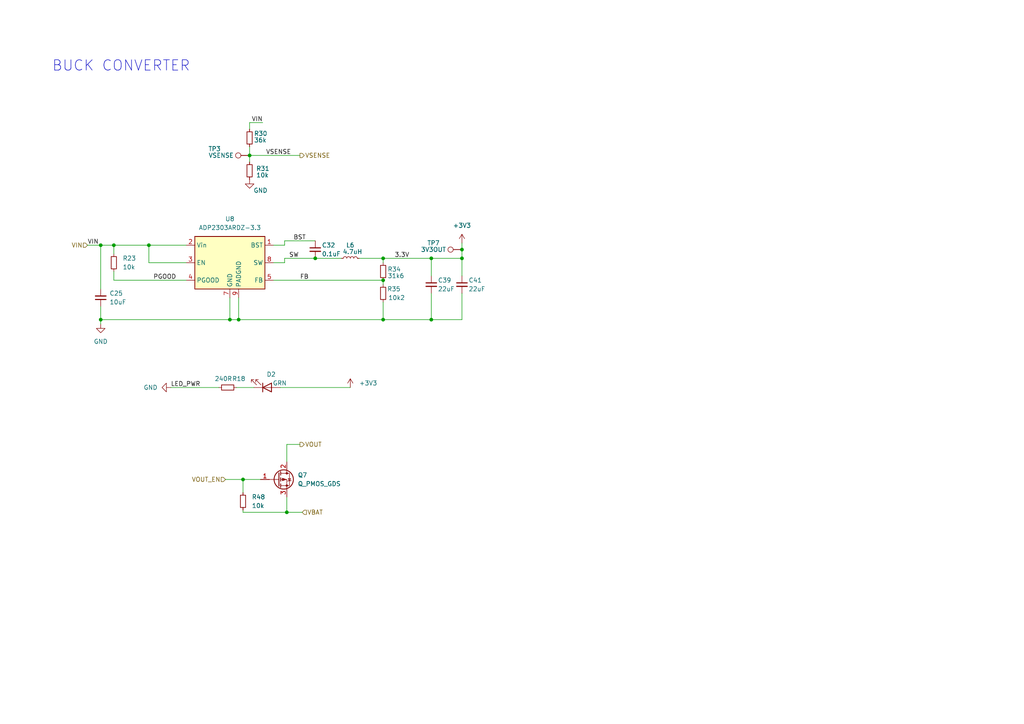
<source format=kicad_sch>
(kicad_sch (version 20211123) (generator eeschema)
  (paper "A4")
  (title_block (title "CAN RGB Controller") (date "2022-05-30") (rev "B") (company "cone.codes") (comment 1 "https://github.com/miata-bot/can-link"))
  (lib_symbols
    (symbol "Connector:TestPoint" (pin_numbers hide) (pin_names (offset 0.762) hide)
      (property "Reference" "TP" (at 0 6.858 0))
      (property "Value" "TestPoint" (at 0 5.08 0))
      (symbol "TestPoint_0_1"
        (circle (center 0 3.302) (radius 0.762))
      )
      (symbol "TestPoint_1_1"
        (pin passive line (at 0 0 90) (length 2.54) (name "1") (number "1"))
      )
    )
    (symbol "Device:C_Small" (pin_numbers hide) (pin_names (offset 0.254) hide)
      (property "Reference" "C" (at 0.254 1.778 0))
      (property "Value" "C_Small" (at 0.254 -2.032 0))
      (symbol "C_Small_0_1"
        (polyline (pts (xy -1.524 -0.508) (xy 1.524 -0.508)) (stroke (width 0.3302)))
        (polyline (pts (xy -1.524 0.508) (xy 1.524 0.508)) (stroke (width 0.3048)))
      )
      (symbol "C_Small_1_1"
        (pin passive line (at 0 2.54 270) (length 2.032) (name "~") (number "1"))
        (pin passive line (at 0 -2.54 90) (length 2.032) (name "~") (number "2"))
      )
    )
    (symbol "Device:LED" (pin_numbers hide) (pin_names (offset 1.016) hide)
      (property "Reference" "D" (at 0 2.54 0))
      (property "Value" "LED" (at 0 -2.54 0))
      (symbol "LED_0_1"
        (polyline (pts (xy -1.27 -1.27) (xy -1.27 1.27)) (stroke (width 0.254)))
        (polyline (pts (xy -1.27 0) (xy 1.27 0)))
        (polyline (pts (xy 1.27 -1.27) (xy 1.27 1.27) (xy -1.27 0) (xy 1.27 -1.27)) (stroke (width 0.254)))
        (polyline (pts (xy -3.048 -0.762) (xy -4.572 -2.286) (xy -3.81 -2.286) (xy -4.572 -2.286) (xy -4.572 -1.524)))
        (polyline (pts (xy -1.778 -0.762) (xy -3.302 -2.286) (xy -2.54 -2.286) (xy -3.302 -2.286) (xy -3.302 -1.524)))
      )
      (symbol "LED_1_1"
        (pin passive line (at -3.81 0 0) (length 2.54) (name "K") (number "1"))
        (pin passive line (at 3.81 0 180) (length 2.54) (name "A") (number "2"))
      )
    )
    (symbol "Device:L_Small" (pin_numbers hide) (pin_names (offset 0.254) hide)
      (property "Reference" "L" (at 0.762 1.016 0))
      (property "Value" "L_Small" (at 0.762 -1.016 0))
      (symbol "L_Small_0_1"
        (arc (start 0 -2.032) (mid 0.508 -1.524) (end 0 -1.016))
        (arc (start 0 -1.016) (mid 0.508 -0.508) (end 0 0))
        (arc (start 0 0) (mid 0.508 0.508) (end 0 1.016))
        (arc (start 0 1.016) (mid 0.508 1.524) (end 0 2.032))
      )
      (symbol "L_Small_1_1"
        (pin passive line (at 0 2.54 270) (length 0.508) (name "~") (number "1"))
        (pin passive line (at 0 -2.54 90) (length 0.508) (name "~") (number "2"))
      )
    )
    (symbol "Device:Q_PMOS_GDS" (pin_names (offset 0) hide)
      (property "Reference" "Q" (at 5.08 1.27 0))
      (property "Value" "Q_PMOS_GDS" (at 5.08 -1.27 0))
      (symbol "Q_PMOS_GDS_0_1"
        (polyline (pts (xy 0.254 0) (xy -2.54 0)))
        (polyline (pts (xy 0.254 1.905) (xy 0.254 -1.905)) (stroke (width 0.254)))
        (polyline (pts (xy 0.762 -1.27) (xy 0.762 -2.286)) (stroke (width 0.254)))
        (polyline (pts (xy 0.762 0.508) (xy 0.762 -0.508)) (stroke (width 0.254)))
        (polyline (pts (xy 0.762 2.286) (xy 0.762 1.27)) (stroke (width 0.254)))
        (polyline (pts (xy 2.54 2.54) (xy 2.54 1.778)))
        (polyline (pts (xy 2.54 -2.54) (xy 2.54 0) (xy 0.762 0)))
        (polyline (pts (xy 0.762 1.778) (xy 3.302 1.778) (xy 3.302 -1.778) (xy 0.762 -1.778)))
        (polyline (pts (xy 2.286 0) (xy 1.27 0.381) (xy 1.27 -0.381) (xy 2.286 0)) (fill (type outline)))
        (polyline (pts (xy 2.794 -0.508) (xy 2.921 -0.381) (xy 3.683 -0.381) (xy 3.81 -0.254)))
        (polyline (pts (xy 3.302 -0.381) (xy 2.921 0.254) (xy 3.683 0.254) (xy 3.302 -0.381)))
        (circle (center 1.651 0) (radius 2.794) (stroke (width 0.254)))
        (circle (center 2.54 -1.778) (radius 0.254) (fill (type outline)))
        (circle (center 2.54 1.778) (radius 0.254) (fill (type outline)))
      )
      (symbol "Q_PMOS_GDS_1_1"
        (pin input line (at -5.08 0 0) (length 2.54) (name "G") (number "1"))
        (pin passive line (at 2.54 5.08 270) (length 2.54) (name "D") (number "2"))
        (pin passive line (at 2.54 -5.08 90) (length 2.54) (name "S") (number "3"))
      )
    )
    (symbol "Device:R_Small" (pin_numbers hide) (pin_names (offset 0.254) hide)
      (property "Reference" "R" (at 0.762 0.508 0))
      (property "Value" "R_Small" (at 0.762 -1.016 0))
      (symbol "R_Small_0_1"
        (rectangle (start -0.762 1.778) (end 0.762 -1.778) (stroke (width 0.2032)))
      )
      (symbol "R_Small_1_1"
        (pin passive line (at 0 2.54 270) (length 0.762) (name "~") (number "1"))
        (pin passive line (at 0 -2.54 90) (length 0.762) (name "~") (number "2"))
      )
    )
    (symbol "Regulator_Switching:ADP2303ARDZ-3.3"
      (property "Reference" "U" (at -10.16 8.89 0))
      (property "Value" "ADP2303ARDZ-3.3" (at -3.81 8.89 0))
      (symbol "ADP2303ARDZ-3.3_0_1"
        (rectangle (start -10.16 7.62) (end 10.16 -7.62) (stroke (width 0.254)) (fill (type background)))
      )
      (symbol "ADP2303ARDZ-3.3_1_1"
        (pin input line (at 12.7 5.08 180) (length 2.54) (name "BST") (number "1"))
        (pin power_in line (at -12.7 5.08 0) (length 2.54) (name "Vin") (number "2"))
        (pin input line (at -12.7 0 0) (length 2.54) (name "EN") (number "3"))
        (pin output line (at -12.7 -5.08 0) (length 2.54) (name "PGOOD") (number "4"))
        (pin input line (at 12.7 -5.08 180) (length 2.54) (name "FB") (number "5"))
        (pin no_connect line (at -10.16 2.54 0) (length 2.54) hide (name "NC") (number "6"))
        (pin power_in line (at 0 -10.16 90) (length 2.54) (name "GND") (number "7"))
        (pin power_out line (at 12.7 0 180) (length 2.54) (name "SW") (number "8"))
        (pin power_in line (at 2.54 -10.16 90) (length 2.54) (name "PADGND") (number "9"))
      )
    )
    (symbol "power:+3V3" (power) (pin_names (offset 0))
      (property "Value" "+3V3" (at 0 3.556 0))
      (symbol "+3V3_0_1"
        (polyline (pts (xy -0.762 1.27) (xy 0 2.54)))
        (polyline (pts (xy 0 0) (xy 0 2.54)))
        (polyline (pts (xy 0 2.54) (xy 0.762 1.27)))
      )
      (symbol "+3V3_1_1"
        (pin power_in line (at 0 0 90) (length 0) hide (name "+3V3") (number "1"))
      )
    )
    (symbol "power:GND" (power) (pin_names (offset 0))
      (property "Value" "GND" (at 0 -3.81 0))
      (symbol "GND_0_1"
        (polyline (pts (xy 0 0) (xy 0 -1.27) (xy 1.27 -1.27) (xy 0 -2.54) (xy -1.27 -1.27) (xy 0 -1.27)))
      )
      (symbol "GND_1_1"
        (pin power_in line (at 0 0 270) (length 0) hide (name "GND") (number "1"))
      )
    )
  )
  (junction (at 72.39 45.085))
  (junction (at 133.985 74.93))
  (junction (at 69.215 92.71))
  (junction (at 111.125 74.93))
  (junction (at 29.21 71.12))
  (junction (at 111.125 92.71))
  (junction (at 70.485 139.065))
  (junction (at 29.21 92.71))
  (junction (at 91.44 74.93))
  (junction (at 43.18 71.12))
  (junction (at 111.125 81.28))
  (junction (at 83.185 148.59))
  (junction (at 133.985 72.39))
  (junction (at 66.675 92.71))
  (junction (at 33.02 71.12))
  (junction (at 125.095 74.93))
  (junction (at 125.095 92.71))
  (wire (pts (xy 111.125 92.71) (xy 125.095 92.71)))
  (wire (pts (xy 43.18 76.2) (xy 53.975 76.2)))
  (wire (pts (xy 68.58 112.395) (xy 73.66 112.395)))
  (wire (pts (xy 87.63 148.59) (xy 83.185 148.59)))
  (wire (pts (xy 125.095 74.93) (xy 125.095 80.01)))
  (wire (pts (xy 83.185 148.59) (xy 83.185 144.145)))
  (wire (pts (xy 82.55 76.2) (xy 82.55 74.93)))
  (wire (pts (xy 70.485 139.065) (xy 70.485 142.875)))
  (wire (pts (xy 65.405 139.065) (xy 70.485 139.065)))
  (wire (pts (xy 72.39 45.085) (xy 86.995 45.085)))
  (wire (pts (xy 72.39 35.56) (xy 72.39 37.465)))
  (wire (pts (xy 133.985 85.09) (xy 133.985 92.71)))
  (wire (pts (xy 69.215 92.71) (xy 111.125 92.71)))
  (wire (pts (xy 133.985 92.71) (xy 125.095 92.71)))
  (wire (pts (xy 66.675 92.71) (xy 69.215 92.71)))
  (wire (pts (xy 79.375 81.28) (xy 111.125 81.28)))
  (wire (pts (xy 104.14 74.93) (xy 111.125 74.93)))
  (wire (pts (xy 29.21 93.98) (xy 29.21 92.71)))
  (wire (pts (xy 33.02 71.12) (xy 33.02 73.66)))
  (wire (pts (xy 70.485 139.065) (xy 75.565 139.065)))
  (wire (pts (xy 76.2 35.56) (xy 72.39 35.56)))
  (wire (pts (xy 29.21 92.71) (xy 66.675 92.71)))
  (wire (pts (xy 49.53 112.395) (xy 63.5 112.395)))
  (wire (pts (xy 111.125 74.93) (xy 125.095 74.93)))
  (wire (pts (xy 33.02 81.28) (xy 33.02 78.74)))
  (wire (pts (xy 79.375 76.2) (xy 82.55 76.2)))
  (wire (pts (xy 82.55 69.85) (xy 91.44 69.85)))
  (wire (pts (xy 29.21 71.12) (xy 33.02 71.12)))
  (wire (pts (xy 82.55 71.12) (xy 82.55 69.85)))
  (wire (pts (xy 91.44 74.93) (xy 99.06 74.93)))
  (wire (pts (xy 133.985 70.485) (xy 133.985 72.39)))
  (wire (pts (xy 83.185 128.905) (xy 83.185 133.985)))
  (wire (pts (xy 72.39 46.99) (xy 72.39 45.085)))
  (wire (pts (xy 25.4 71.12) (xy 29.21 71.12)))
  (wire (pts (xy 111.125 74.93) (xy 111.125 76.2)))
  (wire (pts (xy 133.985 74.93) (xy 133.985 80.01)))
  (wire (pts (xy 33.02 71.12) (xy 43.18 71.12)))
  (wire (pts (xy 70.485 148.59) (xy 70.485 147.955)))
  (wire (pts (xy 83.185 148.59) (xy 70.485 148.59)))
  (wire (pts (xy 69.215 86.36) (xy 69.215 92.71)))
  (wire (pts (xy 86.995 128.905) (xy 83.185 128.905)))
  (wire (pts (xy 43.18 71.12) (xy 53.975 71.12)))
  (wire (pts (xy 43.18 76.2) (xy 43.18 71.12)))
  (wire (pts (xy 29.21 88.9) (xy 29.21 92.71)))
  (wire (pts (xy 125.095 74.93) (xy 133.985 74.93)))
  (wire (pts (xy 133.985 72.39) (xy 133.985 74.93)))
  (wire (pts (xy 111.125 81.28) (xy 111.125 82.55)))
  (wire (pts (xy 125.095 85.09) (xy 125.095 92.71)))
  (wire (pts (xy 111.125 92.71) (xy 111.125 87.63)))
  (wire (pts (xy 82.55 74.93) (xy 91.44 74.93)))
  (wire (pts (xy 53.975 81.28) (xy 33.02 81.28)))
  (wire (pts (xy 79.375 71.12) (xy 82.55 71.12)))
  (wire (pts (xy 81.28 112.395) (xy 101.6 112.395)))
  (wire (pts (xy 72.39 45.085) (xy 72.39 42.545)))
  (wire (pts (xy 29.21 71.12) (xy 29.21 83.82)))
  (wire (pts (xy 66.675 86.36) (xy 66.675 92.71)))
  (text "BUCK CONVERTER" (at 55.245 20.955 180) (effects (font (size 3 3)) (justify right bottom)))
  (label "FB" (at 86.995 81.28 0))
  (label "VIN" (at 25.4 71.12 0))
  (label "VSENSE" (at 84.455 45.085 180))
  (label "BST" (at 85.09 69.85 0))
  (label "PGOOD" (at 44.45 81.28 0))
  (label "3.3V" (at 118.745 74.93 180))
  (label "VIN" (at 76.2 35.56 180))
  (label "SW" (at 83.82 74.93 0))
  (label "LED_PWR" (at 49.53 112.395 0))
  (hierarchical_label "VSENSE" (shape output) (at 86.995 45.085 0))
  (hierarchical_label "VBAT" (shape input) (at 87.63 148.59 0))
  (hierarchical_label "VIN" (shape input) (at 25.4 71.12 180))
  (hierarchical_label "VOUT_EN" (shape input) (at 65.405 139.065 180))
  (hierarchical_label "VOUT" (shape output) (at 86.995 128.905 0))
  (symbol (lib_id "Device:R_Small") (at 33.02 76.2 0) (unit 1)
    (property "Reference" "R23" (at 35.56 74.9299 0) (effects (justify left)))
    (property "Value" "10k" (at 35.56 77.4699 0) (effects (justify left)))
    (property "Footprint" "Resistor_SMD:R_0603_1608Metric" (effects hide))
    (property "MPN" "RNCP0603FTD10K0" (effects hide))
    (property "Description" "RES 10K OHM 1% 1/8W 0603" (effects hide))
  )
  (symbol (lib_id "Device:R_Small") (at 111.125 85.09 0) (mirror y) (unit 1)
    (property "Reference" "R35" (at 116.205 83.82 0) (effects (justify left)))
    (property "Value" "10k2" (at 117.475 86.36 0) (effects (justify left)))
    (property "Footprint" "Resistor_SMD:R_0603_1608Metric" (effects hide))
    (property "MPN" "RNCF0603DTE10K2" (effects hide))
    (property "Description" "RES 10.2K OHM 0.5% 1/10W 0603" (effects hide))
  )
  (symbol (lib_id "Device:C_Small") (at 133.985 82.55 0) (unit 1)
    (property "Reference" "C41" (at 135.89 81.2862 0) (effects (justify left)))
    (property "Value" "22uF" (at 135.89 83.8262 0) (effects (justify left)))
    (property "Footprint" "Capacitor_SMD:C_0805_2012Metric" (effects hide))
    (property "MPN" "CL21A226MOQNNNE" (effects hide))
    (property "Description" "CAP CER 22UF 16V X5R 0805" (effects hide))
  )
  (symbol (lib_id "power:GND") (at 49.53 112.395 270) (unit 1)
    (property "Reference" "#PWR0127" (effects hide))
    (property "Value" "GND" (at 45.72 112.3949 90) (effects (justify right)))
  )
  (symbol (lib_id "Device:R_Small") (at 72.39 40.005 0) (unit 1)
    (property "Reference" "R30" (at 73.66 38.735 0) (effects (justify left)))
    (property "Value" "36k" (at 73.66 40.64 0) (effects (justify left)))
    (property "Footprint" "Resistor_SMD:R_0402_1005Metric" (effects hide))
    (property "MPN" "RC0402FR-0736KL" (effects hide))
    (property "Description" "RES 36K OHM 5% 1/16W 0402" (effects hide))
  )
  (symbol (lib_id "Device:C_Small") (at 125.095 82.55 0) (unit 1)
    (property "Reference" "C39" (at 127 81.2862 0) (effects (justify left)))
    (property "Value" "22uF" (at 127 83.8262 0) (effects (justify left)))
    (property "Footprint" "Capacitor_SMD:C_0805_2012Metric" (effects hide))
    (property "MPN" "CL21A226MOQNNNE" (effects hide))
    (property "Description" "CAP CER 22UF 16V X5R 0805" (effects hide))
  )
  (symbol (lib_id "Device:C_Small") (at 29.21 86.36 180) (unit 1)
    (property "Reference" "C25" (at 31.75 85.0835 0) (effects (justify right)))
    (property "Value" "10uF" (at 31.75 87.6235 0) (effects (justify right)))
    (property "Footprint" "Capacitor_SMD:C_0805_2012Metric" (effects hide))
    (property "MPN" "CL21A106KAFN3NE" (effects hide))
    (property "Description" "CAP CER 10UF 25V X5R 0805" (effects hide))
  )
  (symbol (lib_id "Regulator_Switching:ADP2303ARDZ-3.3") (at 66.675 76.2 0) (unit 1) (in_bom no)
    (property "Reference" "U8" (at 66.675 63.5 0))
    (property "Value" "ADP2303ARDZ-3.3" (at 66.675 66.04 0))
    (property "Footprint" "Package_SO:SOIC-8-1EP_3.9x4.9mm_P1.27mm_EP2.29x3mm" (effects hide))
    (property "Datasheet" "https://www.analog.com/media/en/technical-documentation/data-sheets/ADP2302_2303.pdf" (effects hide))
    (property "MPN" "ADP2303ARDZ-3.3" (effects hide))
    (property "LCSC" "C659152" (effects hide))
    (property "Description" "IC REG BUCK 3.3V 3A 8SOIC" (effects hide))
  )
  (symbol (lib_id "Connector:TestPoint") (at 133.985 72.39 90) (unit 1)
    (property "Reference" "TP7" (at 125.73 70.485 90))
    (property "Value" "3V3OUT" (at 125.73 72.39 90))
    (property "Footprint" "TestPoint:TestPoint_Pad_D1.0mm" (effects hide))
  )
  (symbol (lib_id "Device:L_Small") (at 101.6 74.93 90) (unit 1)
    (property "Reference" "L6" (at 101.6 71.12 90))
    (property "Value" "4.7uH" (at 102.235 73.025 90))
    (property "Footprint" "Inductor_SMD:L_Bourns-SRN6028" (effects hide))
    (property "Datasheet" "https://www.bourns.com/docs/Product-Datasheets/SRN6028.pdf" (effects hide))
    (property "MPN" "SRN6028-4R7M" (effects hide))
    (property "Description" "FIXED IND 4.7UH 3A 38 MOHM SMD" (effects hide))
  )
  (symbol (lib_id "Device:R_Small") (at 111.125 78.74 0) (unit 1)
    (property "Reference" "R34" (at 112.395 78.1049 0) (effects (justify left)))
    (property "Value" "31k6" (at 112.395 80.0099 0) (effects (justify left)))
    (property "Footprint" "Resistor_SMD:R_0603_1608Metric" (effects hide))
    (property "MPN" "RC0603FR-0731K6L" (effects hide))
    (property "Description" "RES 31.6K OHM 1% 1/10W 0603" (effects hide))
  )
  (symbol (lib_id "Device:C_Small") (at 91.44 72.39 0) (unit 1)
    (property "Reference" "C32" (at 93.345 71.1262 0) (effects (justify left)))
    (property "Value" "0.1uF" (at 93.345 73.6662 0) (effects (justify left)))
    (property "Footprint" "Capacitor_SMD:C_0805_2012Metric" (effects hide))
    (property "MPN" "LMK212SD104KG-T" (effects hide))
    (property "Description" "CAP CER 0.1UF 10V 0805" (effects hide))
  )
  (symbol (lib_id "Device:LED") (at 77.47 112.395 0) (mirror x) (unit 1)
    (property "Reference" "D2" (at 80.01 108.585 0) (effects (justify right)))
    (property "Value" "GRN" (at 83.185 111.125 0) (effects (justify right)))
    (property "Footprint" "LED_SMD:LED_0603_1608Metric" (effects hide))
    (property "MPN" "QBLP601-2IR4" (effects hide))
    (property "Description" "LED GREEN CLEAR 0603 SMD" (effects hide))
  )
  (symbol (lib_id "Device:R_Small") (at 66.04 112.395 270) (unit 1)
    (property "Reference" "R18" (at 67.31 109.855 90) (effects (justify left)))
    (property "Value" "240R" (at 62.23 109.855 90) (effects (justify left)))
    (property "Footprint" "Resistor_SMD:R_0603_1608Metric" (effects hide))
    (property "MPN" "RMCF0402JT240R" (effects hide))
    (property "Description" "RES 240 OHM 5% 1/16W 0402" (effects hide))
  )
  (symbol (lib_id "Device:R_Small") (at 72.39 49.53 0) (unit 1)
    (property "Reference" "R31" (at 74.295 48.895 0) (effects (justify left)))
    (property "Value" "10k" (at 74.295 50.8 0) (effects (justify left)))
    (property "Footprint" "Resistor_SMD:R_0402_1005Metric" (effects hide))
    (property "MPN" "RMCF0402JT10K0" (effects hide))
    (property "Description" "RES 10K OHM 5% 1/16W 0402" (effects hide))
  )
  (symbol (lib_id "Device:Q_PMOS_GDS") (at 80.645 139.065 0) (unit 1)
    (property "Reference" "Q7" (at 86.36 137.7949 0) (effects (justify left)))
    (property "Value" "Q_PMOS_GDS" (at 86.36 140.3349 0) (effects (justify left)))
    (property "Footprint" "Package_TO_SOT_SMD:TO-252-2" (effects hide))
    (property "MPN" "STD15P6F6AG" (effects hide))
    (property "Description" "MOSFET P-CH 60V 10A DPAK" (effects hide))
  )
  (symbol (lib_id "Device:R_Small") (at 70.485 145.415 0) (unit 1)
    (property "Reference" "R48" (at 73.025 144.1449 0) (effects (justify left)))
    (property "Value" "10k" (at 73.025 146.6849 0) (effects (justify left)))
    (property "Footprint" "Resistor_SMD:R_0603_1608Metric" (effects hide))
    (property "MPN" "RNCP0603FTD10K0" (effects hide))
    (property "Description" "RES 10K OHM 1% 1/8W 0603" (effects hide))
  )
  (symbol (lib_id "power:GND") (at 72.39 52.07 0) (unit 1)
    (property "Reference" "#PWR050" (effects hide))
    (property "Value" "GND" (at 75.565 55.245 0))
  )
  (symbol (lib_id "power:+3V3") (at 101.6 112.395 0) (unit 1)
    (property "Reference" "#PWR034" (effects hide))
    (property "Value" "+3V3" (at 104.14 111.1249 0) (effects (justify left)))
  )
  (symbol (lib_id "power:GND") (at 29.21 93.98 0) (unit 1)
    (property "Reference" "#PWR042" (effects hide))
    (property "Value" "GND" (at 29.21 99.06 0))
  )
  (symbol (lib_id "power:+3V3") (at 133.985 70.485 0) (unit 1)
    (property "Reference" "#PWR058" (effects hide))
    (property "Value" "+3V3" (at 133.985 65.405 0))
  )
  (symbol (lib_id "Connector:TestPoint") (at 72.39 45.085 90) (unit 1)
    (property "Reference" "TP3" (at 62.23 43.18 90))
    (property "Value" "VSENSE" (at 64.135 45.085 90))
    (property "Footprint" "TestPoint:TestPoint_Pad_D1.0mm" (effects hide))
  )
)
</source>
